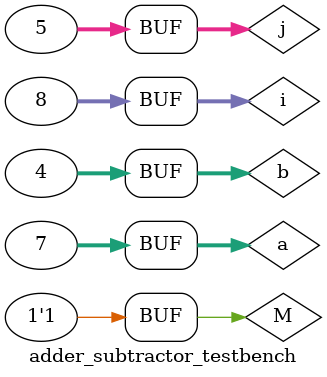
<source format=v>
`timescale 1ns/1ns
`include "../32_bit_adder_subtractor.v"

module adder_subtractor_testbench;
reg [31:0] a, b;
reg M;
wire [31:0] sum;
wire c_out;
integer i,j;
Adder_subtractor dut (.a(a), .b(b), .M(M), .c_out(c_out), .sum(sum));
initial begin
$monitor("a = %b b = %b M = %b c_out = %b sum = %b", a, b, M, c_out, sum); 
M = 1'b0;  // ADDER
for (i = 5; i < 8 ; i = i + 1) begin // start from a = 5 
    for (j = 6; j < 9 ; j = j + 1) begin // start from b = 6
        a = i; b = j; #20;
    end
end
M = 1'b1; // SUBTRACTOR
for (i = 6; i < 8 ; i = i + 1) begin
    for (j = 0; j < 5 ; j = j + 1) begin
        a = i; b = j; #20;
    end
end
end
endmodule

</source>
